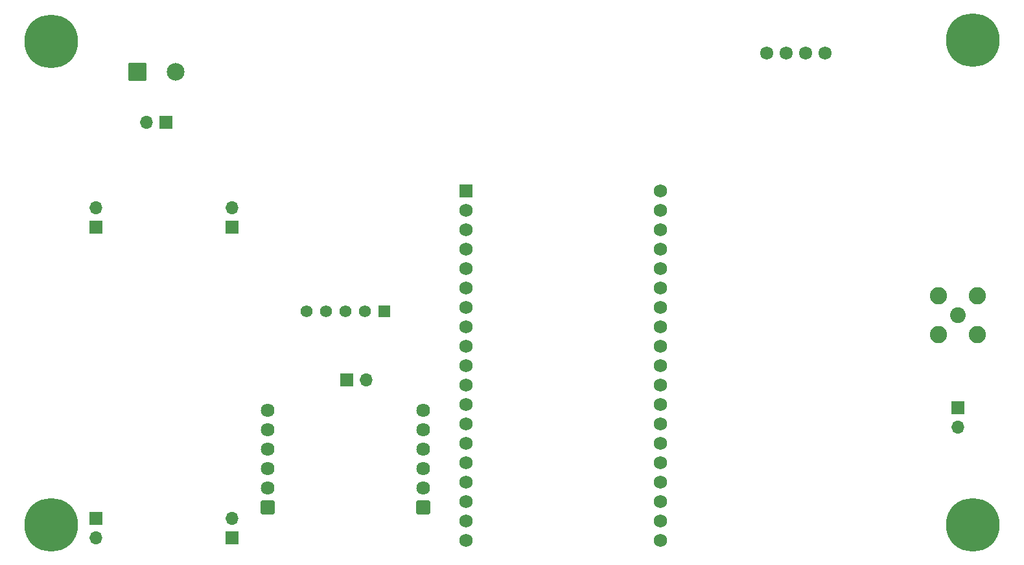
<source format=gbr>
%TF.GenerationSoftware,KiCad,Pcbnew,9.0.2*%
%TF.CreationDate,2025-07-21T01:26:10-05:00*%
%TF.ProjectId,lorae22,6c6f7261-6532-4322-9e6b-696361645f70,rev?*%
%TF.SameCoordinates,Original*%
%TF.FileFunction,Soldermask,Bot*%
%TF.FilePolarity,Negative*%
%FSLAX46Y46*%
G04 Gerber Fmt 4.6, Leading zero omitted, Abs format (unit mm)*
G04 Created by KiCad (PCBNEW 9.0.2) date 2025-07-21 01:26:10*
%MOMM*%
%LPD*%
G01*
G04 APERTURE LIST*
G04 Aperture macros list*
%AMRoundRect*
0 Rectangle with rounded corners*
0 $1 Rounding radius*
0 $2 $3 $4 $5 $6 $7 $8 $9 X,Y pos of 4 corners*
0 Add a 4 corners polygon primitive as box body*
4,1,4,$2,$3,$4,$5,$6,$7,$8,$9,$2,$3,0*
0 Add four circle primitives for the rounded corners*
1,1,$1+$1,$2,$3*
1,1,$1+$1,$4,$5*
1,1,$1+$1,$6,$7*
1,1,$1+$1,$8,$9*
0 Add four rect primitives between the rounded corners*
20,1,$1+$1,$2,$3,$4,$5,0*
20,1,$1+$1,$4,$5,$6,$7,0*
20,1,$1+$1,$6,$7,$8,$9,0*
20,1,$1+$1,$8,$9,$2,$3,0*%
G04 Aperture macros list end*
%ADD10RoundRect,0.102000X-1.050000X-1.050000X1.050000X-1.050000X1.050000X1.050000X-1.050000X1.050000X0*%
%ADD11C,2.304000*%
%ADD12RoundRect,0.102000X-0.765000X-0.765000X0.765000X-0.765000X0.765000X0.765000X-0.765000X0.765000X0*%
%ADD13C,1.734000*%
%ADD14R,1.700000X1.700000*%
%ADD15O,1.700000X1.700000*%
%ADD16RoundRect,0.102000X0.795000X0.795000X-0.795000X0.795000X-0.795000X-0.795000X0.795000X-0.795000X0*%
%ADD17C,1.794000*%
%ADD18C,3.900000*%
%ADD19C,7.000000*%
%ADD20C,2.050000*%
%ADD21C,2.250000*%
%ADD22RoundRect,0.102000X-0.685000X-0.685000X0.685000X-0.685000X0.685000X0.685000X-0.685000X0.685000X0*%
%ADD23C,1.574000*%
%ADD24C,1.724000*%
G04 APERTURE END LIST*
D10*
%TO.C,J4*%
X101870000Y-63190000D03*
D11*
X106870000Y-63190000D03*
%TD*%
D12*
%TO.C,U1*%
X144760000Y-78760000D03*
D13*
X144760000Y-81300000D03*
X144760000Y-83840000D03*
X144760000Y-86380000D03*
X144760000Y-88920000D03*
X144760000Y-91460000D03*
X144760000Y-94000000D03*
X144760000Y-96540000D03*
X144760000Y-99080000D03*
X144760000Y-101620000D03*
X144760000Y-104160000D03*
X144760000Y-106700000D03*
X144760000Y-109240000D03*
X144760000Y-111780000D03*
X144760000Y-114320000D03*
X144760000Y-116860000D03*
X144760000Y-119400000D03*
X144760000Y-121940000D03*
X144760000Y-124480000D03*
X170160000Y-124480000D03*
X170160000Y-121940000D03*
X170160000Y-119400000D03*
X170160000Y-116860000D03*
X170160000Y-114320000D03*
X170160000Y-111780000D03*
X170160000Y-109240000D03*
X170160000Y-106700000D03*
X170160000Y-104160000D03*
X170160000Y-101620000D03*
X170160000Y-99080000D03*
X170160000Y-96540000D03*
X170160000Y-94000000D03*
X170160000Y-91460000D03*
X170160000Y-88920000D03*
X170160000Y-86380000D03*
X170160000Y-83840000D03*
X170160000Y-81300000D03*
X170160000Y-78760000D03*
%TD*%
D14*
%TO.C,JP4*%
X114160000Y-124165000D03*
D15*
X114160000Y-121625000D03*
%TD*%
D14*
%TO.C,JP1*%
X129175000Y-103460000D03*
D15*
X131715000Y-103460000D03*
%TD*%
D14*
%TO.C,JP2*%
X96380000Y-83535000D03*
D15*
X96380000Y-80995000D03*
%TD*%
D16*
%TO.C,U3*%
X139180000Y-120200000D03*
D17*
X139180000Y-117660000D03*
X139180000Y-115120000D03*
X139180000Y-112580000D03*
X139180000Y-110040000D03*
X139180000Y-107500000D03*
D16*
X118860000Y-120200000D03*
D17*
X118860000Y-117660000D03*
X118860000Y-115120000D03*
X118860000Y-112580000D03*
X118860000Y-110040000D03*
X118860000Y-107500000D03*
%TD*%
D18*
%TO.C,H2*%
X211010000Y-59070000D03*
D19*
X211010000Y-59070000D03*
%TD*%
D14*
%TO.C,JP5*%
X96380000Y-121630000D03*
D15*
X96380000Y-124170000D03*
%TD*%
D14*
%TO.C,JP3*%
X114200000Y-83475000D03*
D15*
X114200000Y-80935000D03*
%TD*%
D18*
%TO.C,H1*%
X90575000Y-59225000D03*
D19*
X90575000Y-59225000D03*
%TD*%
D18*
%TO.C,H4*%
X90610000Y-122450000D03*
D19*
X90610000Y-122450000D03*
%TD*%
D14*
%TO.C,JP8*%
X105575000Y-69770000D03*
D15*
X103035000Y-69770000D03*
%TD*%
D14*
%TO.C,JP6*%
X209020000Y-107135000D03*
D15*
X209020000Y-109675000D03*
%TD*%
D20*
%TO.C,J1*%
X209020000Y-95040000D03*
D21*
X206480000Y-92500000D03*
X206480000Y-97580000D03*
X211560000Y-92500000D03*
X211560000Y-97580000D03*
%TD*%
D18*
%TO.C,H3*%
X210980000Y-122450000D03*
D19*
X210980000Y-122450000D03*
%TD*%
D22*
%TO.C,J2*%
X134100000Y-94560000D03*
D23*
X131560000Y-94560000D03*
X129020000Y-94560000D03*
X126480000Y-94560000D03*
X123940000Y-94560000D03*
%TD*%
D24*
%TO.C,J3*%
X184027500Y-60762500D03*
X186567500Y-60762500D03*
X189107500Y-60762500D03*
X191647500Y-60762500D03*
%TD*%
M02*

</source>
